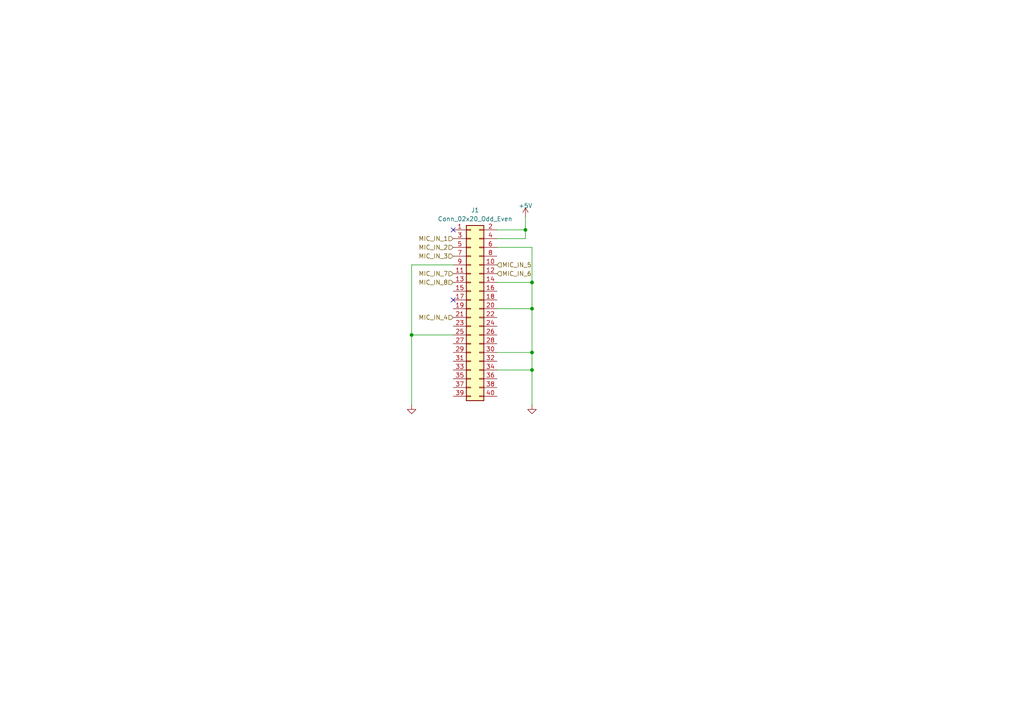
<source format=kicad_sch>
(kicad_sch (version 20230121) (generator eeschema)
  (paper "A4")
  (lib_symbols
    (symbol "Connector_Generic:Conn_02x20_Odd_Even" (pin_names (offset 1.016) hide)
      (property "Reference" "J" (at 1.27 25.4 0))
      (property "Value" "Conn_02x20_Odd_Even" (at 1.27 -27.94 0))
      (symbol "Conn_02x20_Odd_Even_1_1"
        (rectangle (start -1.27 -25.273) (end 0 -25.527) (stroke (width 0.1524)))
        (rectangle (start -1.27 -22.733) (end 0 -22.987) (stroke (width 0.1524)))
        (rectangle (start -1.27 -20.193) (end 0 -20.447) (stroke (width 0.1524)))
        (rectangle (start -1.27 -17.653) (end 0 -17.907) (stroke (width 0.1524)))
        (rectangle (start -1.27 -15.113) (end 0 -15.367) (stroke (width 0.1524)))
        (rectangle (start -1.27 -12.573) (end 0 -12.827) (stroke (width 0.1524)))
        (rectangle (start -1.27 -10.033) (end 0 -10.287) (stroke (width 0.1524)))
        (rectangle (start -1.27 -7.493) (end 0 -7.747) (stroke (width 0.1524)))
        (rectangle (start -1.27 -4.953) (end 0 -5.207) (stroke (width 0.1524)))
        (rectangle (start -1.27 -2.413) (end 0 -2.667) (stroke (width 0.1524)))
        (rectangle (start -1.27 0.127) (end 0 -0.127) (stroke (width 0.1524)))
        (rectangle (start -1.27 2.667) (end 0 2.413) (stroke (width 0.1524)))
        (rectangle (start -1.27 5.207) (end 0 4.953) (stroke (width 0.1524)))
        (rectangle (start -1.27 7.747) (end 0 7.493) (stroke (width 0.1524)))
        (rectangle (start -1.27 10.287) (end 0 10.033) (stroke (width 0.1524)))
        (rectangle (start -1.27 12.827) (end 0 12.573) (stroke (width 0.1524)))
        (rectangle (start -1.27 15.367) (end 0 15.113) (stroke (width 0.1524)))
        (rectangle (start -1.27 17.907) (end 0 17.653) (stroke (width 0.1524)))
        (rectangle (start -1.27 20.447) (end 0 20.193) (stroke (width 0.1524)))
        (rectangle (start -1.27 22.987) (end 0 22.733) (stroke (width 0.1524)))
        (rectangle (start -1.27 24.13) (end 3.81 -26.67) (stroke (width 0.254)) (fill (type background)))
        (rectangle (start 3.81 -25.273) (end 2.54 -25.527) (stroke (width 0.1524)))
        (rectangle (start 3.81 -22.733) (end 2.54 -22.987) (stroke (width 0.1524)))
        (rectangle (start 3.81 -20.193) (end 2.54 -20.447) (stroke (width 0.1524)))
        (rectangle (start 3.81 -17.653) (end 2.54 -17.907) (stroke (width 0.1524)))
        (rectangle (start 3.81 -15.113) (end 2.54 -15.367) (stroke (width 0.1524)))
        (rectangle (start 3.81 -12.573) (end 2.54 -12.827) (stroke (width 0.1524)))
        (rectangle (start 3.81 -10.033) (end 2.54 -10.287) (stroke (width 0.1524)))
        (rectangle (start 3.81 -7.493) (end 2.54 -7.747) (stroke (width 0.1524)))
        (rectangle (start 3.81 -4.953) (end 2.54 -5.207) (stroke (width 0.1524)))
        (rectangle (start 3.81 -2.413) (end 2.54 -2.667) (stroke (width 0.1524)))
        (rectangle (start 3.81 0.127) (end 2.54 -0.127) (stroke (width 0.1524)))
        (rectangle (start 3.81 2.667) (end 2.54 2.413) (stroke (width 0.1524)))
        (rectangle (start 3.81 5.207) (end 2.54 4.953) (stroke (width 0.1524)))
        (rectangle (start 3.81 7.747) (end 2.54 7.493) (stroke (width 0.1524)))
        (rectangle (start 3.81 10.287) (end 2.54 10.033) (stroke (width 0.1524)))
        (rectangle (start 3.81 12.827) (end 2.54 12.573) (stroke (width 0.1524)))
        (rectangle (start 3.81 15.367) (end 2.54 15.113) (stroke (width 0.1524)))
        (rectangle (start 3.81 17.907) (end 2.54 17.653) (stroke (width 0.1524)))
        (rectangle (start 3.81 20.447) (end 2.54 20.193) (stroke (width 0.1524)))
        (rectangle (start 3.81 22.987) (end 2.54 22.733) (stroke (width 0.1524)))
        (pin passive line (at -5.08 22.86 0) (length 3.81) (name "Pin_1") (number "1"))
        (pin passive line (at 7.62 12.7 180) (length 3.81) (name "Pin_10") (number "10"))
        (pin passive line (at -5.08 10.16 0) (length 3.81) (name "Pin_11") (number "11"))
        (pin passive line (at 7.62 10.16 180) (length 3.81) (name "Pin_12") (number "12"))
        (pin passive line (at -5.08 7.62 0) (length 3.81) (name "Pin_13") (number "13"))
        (pin passive line (at 7.62 7.62 180) (length 3.81) (name "Pin_14") (number "14"))
        (pin passive line (at -5.08 5.08 0) (length 3.81) (name "Pin_15") (number "15"))
        (pin passive line (at 7.62 5.08 180) (length 3.81) (name "Pin_16") (number "16"))
        (pin passive line (at -5.08 2.54 0) (length 3.81) (name "Pin_17") (number "17"))
        (pin passive line (at 7.62 2.54 180) (length 3.81) (name "Pin_18") (number "18"))
        (pin passive line (at -5.08 0 0) (length 3.81) (name "Pin_19") (number "19"))
        (pin passive line (at 7.62 22.86 180) (length 3.81) (name "Pin_2") (number "2"))
        (pin passive line (at 7.62 0 180) (length 3.81) (name "Pin_20") (number "20"))
        (pin passive line (at -5.08 -2.54 0) (length 3.81) (name "Pin_21") (number "21"))
        (pin passive line (at 7.62 -2.54 180) (length 3.81) (name "Pin_22") (number "22"))
        (pin passive line (at -5.08 -5.08 0) (length 3.81) (name "Pin_23") (number "23"))
        (pin passive line (at 7.62 -5.08 180) (length 3.81) (name "Pin_24") (number "24"))
        (pin passive line (at -5.08 -7.62 0) (length 3.81) (name "Pin_25") (number "25"))
        (pin passive line (at 7.62 -7.62 180) (length 3.81) (name "Pin_26") (number "26"))
        (pin passive line (at -5.08 -10.16 0) (length 3.81) (name "Pin_27") (number "27"))
        (pin passive line (at 7.62 -10.16 180) (length 3.81) (name "Pin_28") (number "28"))
        (pin passive line (at -5.08 -12.7 0) (length 3.81) (name "Pin_29") (number "29"))
        (pin passive line (at -5.08 20.32 0) (length 3.81) (name "Pin_3") (number "3"))
        (pin passive line (at 7.62 -12.7 180) (length 3.81) (name "Pin_30") (number "30"))
        (pin passive line (at -5.08 -15.24 0) (length 3.81) (name "Pin_31") (number "31"))
        (pin passive line (at 7.62 -15.24 180) (length 3.81) (name "Pin_32") (number "32"))
        (pin passive line (at -5.08 -17.78 0) (length 3.81) (name "Pin_33") (number "33"))
        (pin passive line (at 7.62 -17.78 180) (length 3.81) (name "Pin_34") (number "34"))
        (pin passive line (at -5.08 -20.32 0) (length 3.81) (name "Pin_35") (number "35"))
        (pin passive line (at 7.62 -20.32 180) (length 3.81) (name "Pin_36") (number "36"))
        (pin passive line (at -5.08 -22.86 0) (length 3.81) (name "Pin_37") (number "37"))
        (pin passive line (at 7.62 -22.86 180) (length 3.81) (name "Pin_38") (number "38"))
        (pin passive line (at -5.08 -25.4 0) (length 3.81) (name "Pin_39") (number "39"))
        (pin passive line (at 7.62 20.32 180) (length 3.81) (name "Pin_4") (number "4"))
        (pin passive line (at 7.62 -25.4 180) (length 3.81) (name "Pin_40") (number "40"))
        (pin passive line (at -5.08 17.78 0) (length 3.81) (name "Pin_5") (number "5"))
        (pin passive line (at 7.62 17.78 180) (length 3.81) (name "Pin_6") (number "6"))
        (pin passive line (at -5.08 15.24 0) (length 3.81) (name "Pin_7") (number "7"))
        (pin passive line (at 7.62 15.24 180) (length 3.81) (name "Pin_8") (number "8"))
        (pin passive line (at -5.08 12.7 0) (length 3.81) (name "Pin_9") (number "9"))
      )
    )
    (symbol "power:+5V" (power) (pin_names (offset 0))
      (property "Value" "+5V" (at 0 3.556 0))
      (symbol "+5V_0_1"
        (polyline (pts (xy -0.762 1.27) (xy 0 2.54)))
        (polyline (pts (xy 0 0) (xy 0 2.54)))
        (polyline (pts (xy 0 2.54) (xy 0.762 1.27)))
      )
      (symbol "+5V_1_1"
        (pin power_in line (at 0 0 90) (length 0) hide (name "+5V") (number "1"))
      )
    )
    (symbol "power:GND" (power) (pin_names (offset 0))
      (property "Value" "GND" (at 0 -3.81 0))
      (symbol "GND_0_1"
        (polyline (pts (xy 0 0) (xy 0 -1.27) (xy 1.27 -1.27) (xy 0 -2.54) (xy -1.27 -1.27) (xy 0 -1.27)))
      )
      (symbol "GND_1_1"
        (pin power_in line (at 0 0 270) (length 0) hide (name "GND") (number "1"))
      )
    )
  )
  (junction (at 152.4 66.675))
  (junction (at 154.305 81.915))
  (junction (at 154.305 102.235))
  (junction (at 154.305 107.315))
  (junction (at 154.305 89.535))
  (junction (at 119.38 97.155))
  (no_connect (at 131.445 66.675))
  (no_connect (at 131.445 86.995))
  (wire (pts (xy 154.305 117.475) (xy 154.305 107.315)))
  (wire (pts (xy 154.305 89.535) (xy 154.305 81.915)))
  (wire (pts (xy 144.145 89.535) (xy 154.305 89.535)))
  (wire (pts (xy 154.305 71.755) (xy 144.145 71.755)))
  (wire (pts (xy 119.38 97.155) (xy 131.445 97.155)))
  (wire (pts (xy 119.38 76.835) (xy 131.445 76.835)))
  (wire (pts (xy 144.145 102.235) (xy 154.305 102.235)))
  (wire (pts (xy 144.145 81.915) (xy 154.305 81.915)))
  (wire (pts (xy 154.305 102.235) (xy 154.305 89.535)))
  (wire (pts (xy 154.305 81.915) (xy 154.305 71.755)))
  (wire (pts (xy 152.4 69.215) (xy 152.4 66.675)))
  (wire (pts (xy 154.305 107.315) (xy 154.305 102.235)))
  (wire (pts (xy 144.145 107.315) (xy 154.305 107.315)))
  (wire (pts (xy 144.145 66.675) (xy 152.4 66.675)))
  (wire (pts (xy 119.38 97.155) (xy 119.38 76.835)))
  (wire (pts (xy 152.4 66.675) (xy 152.4 62.865)))
  (wire (pts (xy 144.145 69.215) (xy 152.4 69.215)))
  (wire (pts (xy 119.38 117.475) (xy 119.38 97.155)))
  (hierarchical_label "MIC_IN_1" (shape input) (at 131.445 69.215 180))
  (hierarchical_label "MIC_IN_6" (shape input) (at 144.145 79.375 0))
  (hierarchical_label "MIC_IN_8" (shape input) (at 131.445 81.915 180))
  (hierarchical_label "MIC_IN_4" (shape input) (at 131.445 92.075 180))
  (hierarchical_label "MIC_IN_3" (shape input) (at 131.445 74.295 180))
  (hierarchical_label "MIC_IN_5" (shape input) (at 144.145 76.835 0))
  (hierarchical_label "MIC_IN_2" (shape input) (at 131.445 71.755 180))
  (hierarchical_label "MIC_IN_7" (shape input) (at 131.445 79.375 180))
  (symbol (lib_id "power:GND") (at 119.38 117.475 0) (unit 1)
    (property "Reference" "#PWR028" (effects hide))
    (property "Value" "GND" (effects hide))
  )
  (symbol (lib_id "power:+5V") (at 152.4 62.865 0) (unit 1)
    (property "Reference" "#PWR027" (effects hide))
    (property "Value" "+5V" (at 152.4 59.69 0))
  )
  (symbol (lib_id "power:GND") (at 154.305 117.475 0) (unit 1)
    (property "Reference" "#PWR029" (effects hide))
    (property "Value" "GND" (effects hide))
  )
  (symbol (lib_id "Connector_Generic:Conn_02x20_Odd_Even") (at 136.525 89.535 0) (unit 1)
    (property "Reference" "J1" (at 137.795 60.96 0))
    (property "Value" "Conn_02x20_Odd_Even" (at 137.795 63.5 0))
  )
)
</source>
